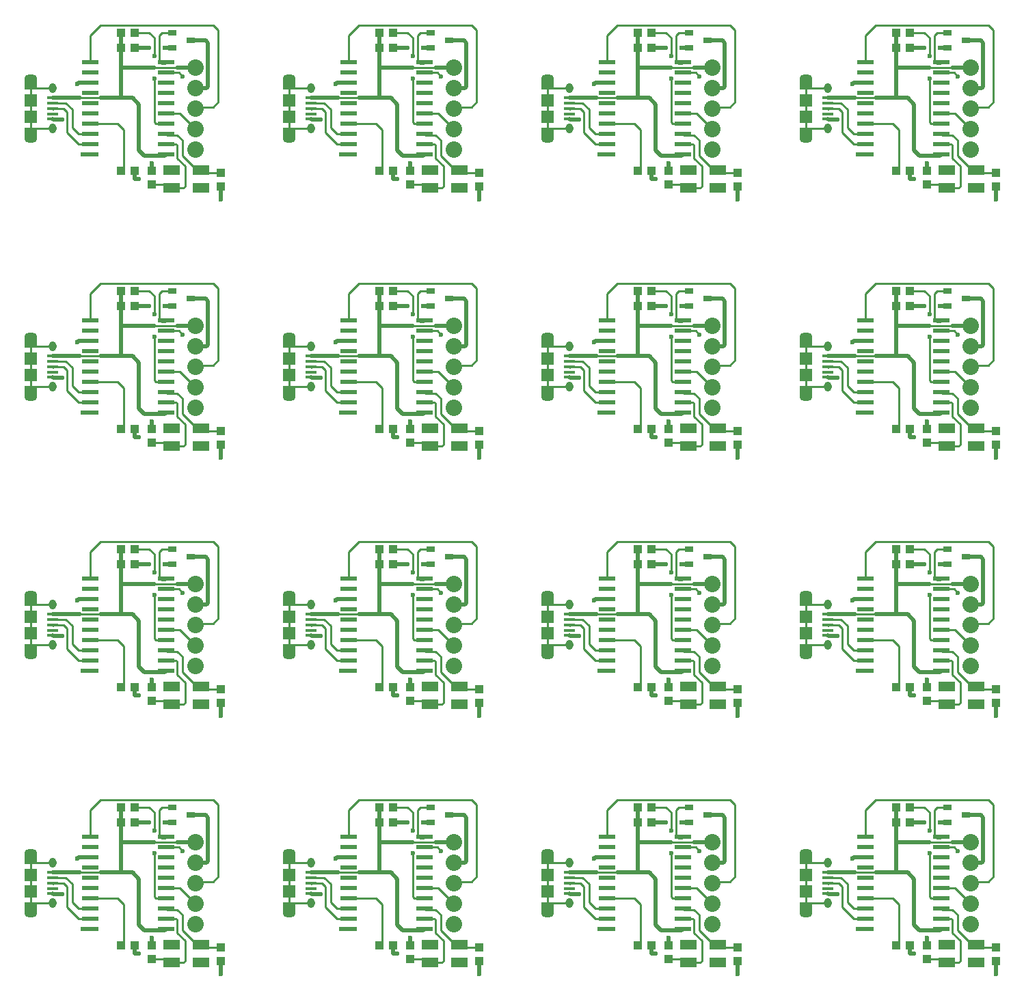
<source format=gtl>
G04 DipTrace 2.3.1.0*
%INinterface_Top.gtl*%
%MOIN*%
%ADD13C,0.02*%
%ADD14C,0.01*%
%ADD16R,0.0787X0.0236*%
%ADD17R,0.0787X0.0472*%
%ADD18R,0.0394X0.0433*%
%ADD19R,0.0433X0.0394*%
%ADD20R,0.0531X0.0157*%
%ADD21O,0.0374X0.0492*%
%ADD22O,0.061X0.0394*%
%ADD23R,0.061X0.0571*%
%ADD24R,0.061X0.0591*%
%ADD25C,0.08*%
%ADD27R,0.0413X0.0256*%
%ADD29C,0.0236*%
%FSLAX44Y44*%
G04*
G70*
G90*
G75*
G01*
%LNTop*%
%LPD*%
X5600Y10749D2*
D13*
X6937D1*
D14*
X7937D1*
D13*
X8937D1*
X9500D1*
X9812Y10437D1*
Y8187D1*
X10062Y7937D1*
X11088D1*
X11138Y7987D1*
X8937Y13937D2*
Y13187D1*
Y12237D1*
Y10749D1*
X12562Y12237D2*
X11687D1*
D14*
X10562D1*
D13*
X8937D1*
X11138Y9987D2*
D14*
X11812D1*
X12562Y9237D1*
X5650Y10187D2*
X5600Y10237D1*
X6137D1*
X6312Y10062D1*
Y9062D1*
X6887Y8487D1*
X7437D1*
X5600Y10493D2*
X6256D1*
X6562Y10187D1*
Y9312D1*
X6887Y8987D1*
X7437D1*
X11437Y13189D2*
D13*
X11064D1*
X6062Y9687D2*
X5638D1*
X5600Y9725D1*
X7437Y7987D2*
X7062D1*
X9606Y7187D2*
Y6812D1*
X9812D1*
X9606Y13187D2*
X10312Y13189D1*
X10437Y7187D2*
Y7562D1*
X13812Y6437D2*
Y5812D1*
X7437Y11487D2*
X6862D1*
X6812Y11437D1*
X11138Y11987D2*
D14*
X11762D1*
X11937Y11812D1*
X10437Y6518D2*
X11240D1*
X11401Y6357D1*
X11138Y8487D2*
X11637D1*
X11687Y8437D1*
Y7812D1*
X12062Y7437D1*
Y6437D1*
X11982Y6357D1*
X11401D1*
X13812Y7106D2*
X12974D1*
X12857Y7223D1*
X12651D1*
X11937Y7937D1*
Y8687D1*
X11687Y8937D1*
X11188D1*
X11138Y8987D1*
X7437Y9487D2*
X8762D1*
X9062Y9187D1*
Y7312D1*
X8937Y7187D1*
X11138Y9487D2*
X10637D1*
X10562Y9562D1*
Y11687D1*
Y12812D2*
Y13687D1*
X10312Y13937D1*
X9606D1*
X12562Y11237D2*
D13*
X13112D1*
X13187Y11312D1*
Y13437D1*
X13062Y13562D1*
X12344D1*
X12343Y13563D1*
X11437Y13937D2*
D14*
X10937D1*
X10812Y13812D1*
Y12562D1*
X10937Y12437D1*
X11088D1*
X11138Y12487D1*
X5600Y11221D2*
X4744D1*
X4537Y11428D1*
X5600Y9253D2*
X4744D1*
X4537Y9046D1*
Y11428D2*
Y10631D1*
Y9843D1*
Y9046D1*
Y8761D2*
Y9046D1*
Y11713D2*
Y11428D1*
X7437Y12487D2*
Y13812D1*
X7937Y14312D1*
X13437D1*
X13687Y14062D1*
Y10562D1*
X13437Y10312D1*
X12637D1*
X12562Y10237D1*
D29*
X11064Y13189D3*
X6062Y9687D3*
X7062Y7987D3*
X9812Y6812D3*
X7062Y7987D3*
X10312Y13189D3*
X10437Y7562D3*
X13812Y5812D3*
X9812Y6812D3*
X6812Y11437D3*
X11937Y11812D3*
X10562Y11687D3*
Y12812D3*
D16*
X11138Y7987D3*
Y8487D3*
Y8987D3*
Y9487D3*
Y9987D3*
Y10487D3*
Y10987D3*
Y11487D3*
Y11987D3*
Y12487D3*
X7437D3*
Y11987D3*
Y11487D3*
Y10987D3*
Y10487D3*
Y9987D3*
Y9487D3*
Y8987D3*
Y8487D3*
Y7987D3*
D17*
X12857Y7223D3*
X11401D3*
Y6357D3*
X12857D3*
D18*
X10437Y7187D3*
Y6518D3*
X13812Y6437D3*
Y7106D3*
D19*
X8937Y7187D3*
X9606D3*
X8937Y13187D3*
X9606D3*
D20*
X5600Y10749D3*
Y10493D3*
Y10237D3*
Y9981D3*
Y9725D3*
D21*
Y11221D3*
Y9253D3*
D22*
X4537Y11713D3*
Y8761D3*
D23*
Y11428D3*
Y9046D3*
D24*
Y10631D3*
Y9843D3*
D19*
X9606Y13937D3*
X8937D3*
D25*
X12562Y12237D3*
Y11237D3*
Y10237D3*
Y9237D3*
Y8237D3*
D27*
X11437Y13937D3*
Y13189D3*
X12343Y13563D3*
X18200Y10749D2*
D13*
X19537D1*
D14*
X20537D1*
D13*
X21537D1*
X22100D1*
X22412Y10437D1*
Y8187D1*
X22662Y7937D1*
X23688D1*
X23738Y7987D1*
X21537Y13937D2*
Y13187D1*
Y12237D1*
Y10749D1*
X25162Y12237D2*
X24287D1*
D14*
X23162D1*
D13*
X21537D1*
X23738Y9987D2*
D14*
X24412D1*
X25162Y9237D1*
X18250Y10187D2*
X18200Y10237D1*
X18737D1*
X18912Y10062D1*
Y9062D1*
X19487Y8487D1*
X20037D1*
X18200Y10493D2*
X18856D1*
X19162Y10187D1*
Y9312D1*
X19487Y8987D1*
X20037D1*
X24037Y13189D2*
D13*
X23664D1*
X18662Y9687D2*
X18238D1*
X18200Y9725D1*
X20037Y7987D2*
X19662D1*
X22206Y7187D2*
Y6812D1*
X22412D1*
X22206Y13187D2*
X22912Y13189D1*
X23037Y7187D2*
Y7562D1*
X26412Y6437D2*
Y5812D1*
X20037Y11487D2*
X19462D1*
X19412Y11437D1*
X23738Y11987D2*
D14*
X24362D1*
X24537Y11812D1*
X23037Y6518D2*
X23840D1*
X24001Y6357D1*
X23738Y8487D2*
X24237D1*
X24287Y8437D1*
Y7812D1*
X24662Y7437D1*
Y6437D1*
X24582Y6357D1*
X24001D1*
X26412Y7106D2*
X25574D1*
X25457Y7223D1*
X25251D1*
X24537Y7937D1*
Y8687D1*
X24287Y8937D1*
X23788D1*
X23738Y8987D1*
X20037Y9487D2*
X21362D1*
X21662Y9187D1*
Y7312D1*
X21537Y7187D1*
X23738Y9487D2*
X23237D1*
X23162Y9562D1*
Y11687D1*
Y12812D2*
Y13687D1*
X22912Y13937D1*
X22206D1*
X25162Y11237D2*
D13*
X25712D1*
X25787Y11312D1*
Y13437D1*
X25662Y13562D1*
X24944D1*
X24943Y13563D1*
X24037Y13937D2*
D14*
X23537D1*
X23412Y13812D1*
Y12562D1*
X23537Y12437D1*
X23688D1*
X23738Y12487D1*
X18200Y11221D2*
X17344D1*
X17137Y11428D1*
X18200Y9253D2*
X17344D1*
X17137Y9046D1*
Y11428D2*
Y10631D1*
Y9843D1*
Y9046D1*
Y8761D2*
Y9046D1*
Y11713D2*
Y11428D1*
X20037Y12487D2*
Y13812D1*
X20537Y14312D1*
X26037D1*
X26287Y14062D1*
Y10562D1*
X26037Y10312D1*
X25237D1*
X25162Y10237D1*
D29*
X23664Y13189D3*
X18662Y9687D3*
X19662Y7987D3*
X22412Y6812D3*
X19662Y7987D3*
X22912Y13189D3*
X23037Y7562D3*
X26412Y5812D3*
X22412Y6812D3*
X19412Y11437D3*
X24537Y11812D3*
X23162Y11687D3*
Y12812D3*
D16*
X23738Y7987D3*
Y8487D3*
Y8987D3*
Y9487D3*
Y9987D3*
Y10487D3*
Y10987D3*
Y11487D3*
Y11987D3*
Y12487D3*
X20037D3*
Y11987D3*
Y11487D3*
Y10987D3*
Y10487D3*
Y9987D3*
Y9487D3*
Y8987D3*
Y8487D3*
Y7987D3*
D17*
X25457Y7223D3*
X24001D3*
Y6357D3*
X25457D3*
D18*
X23037Y7187D3*
Y6518D3*
X26412Y6437D3*
Y7106D3*
D19*
X21537Y7187D3*
X22206D3*
X21537Y13187D3*
X22206D3*
D20*
X18200Y10749D3*
Y10493D3*
Y10237D3*
Y9981D3*
Y9725D3*
D21*
Y11221D3*
Y9253D3*
D22*
X17137Y11713D3*
Y8761D3*
D23*
Y11428D3*
Y9046D3*
D24*
Y10631D3*
Y9843D3*
D19*
X22206Y13937D3*
X21537D3*
D25*
X25162Y12237D3*
Y11237D3*
Y10237D3*
Y9237D3*
Y8237D3*
D27*
X24037Y13937D3*
Y13189D3*
X24943Y13563D3*
X30800Y10749D2*
D13*
X32137D1*
D14*
X33137D1*
D13*
X34137D1*
X34700D1*
X35012Y10437D1*
Y8187D1*
X35262Y7937D1*
X36288D1*
X36338Y7987D1*
X34137Y13937D2*
Y13187D1*
Y12237D1*
Y10749D1*
X37762Y12237D2*
X36887D1*
D14*
X35762D1*
D13*
X34137D1*
X36338Y9987D2*
D14*
X37012D1*
X37762Y9237D1*
X30850Y10187D2*
X30800Y10237D1*
X31337D1*
X31512Y10062D1*
Y9062D1*
X32087Y8487D1*
X32637D1*
X30800Y10493D2*
X31456D1*
X31762Y10187D1*
Y9312D1*
X32087Y8987D1*
X32637D1*
X36637Y13189D2*
D13*
X36264D1*
X31262Y9687D2*
X30838D1*
X30800Y9725D1*
X32637Y7987D2*
X32262D1*
X34806Y7187D2*
Y6812D1*
X35012D1*
X34806Y13187D2*
X35512Y13189D1*
X35637Y7187D2*
Y7562D1*
X39012Y6437D2*
Y5812D1*
X32637Y11487D2*
X32062D1*
X32012Y11437D1*
X36338Y11987D2*
D14*
X36962D1*
X37137Y11812D1*
X35637Y6518D2*
X36440D1*
X36601Y6357D1*
X36338Y8487D2*
X36837D1*
X36887Y8437D1*
Y7812D1*
X37262Y7437D1*
Y6437D1*
X37182Y6357D1*
X36601D1*
X39012Y7106D2*
X38174D1*
X38057Y7223D1*
X37851D1*
X37137Y7937D1*
Y8687D1*
X36887Y8937D1*
X36388D1*
X36338Y8987D1*
X32637Y9487D2*
X33962D1*
X34262Y9187D1*
Y7312D1*
X34137Y7187D1*
X36338Y9487D2*
X35837D1*
X35762Y9562D1*
Y11687D1*
Y12812D2*
Y13687D1*
X35512Y13937D1*
X34806D1*
X37762Y11237D2*
D13*
X38312D1*
X38387Y11312D1*
Y13437D1*
X38262Y13562D1*
X37544D1*
X37543Y13563D1*
X36637Y13937D2*
D14*
X36137D1*
X36012Y13812D1*
Y12562D1*
X36137Y12437D1*
X36288D1*
X36338Y12487D1*
X30800Y11221D2*
X29944D1*
X29737Y11428D1*
X30800Y9253D2*
X29944D1*
X29737Y9046D1*
Y11428D2*
Y10631D1*
Y9843D1*
Y9046D1*
Y8761D2*
Y9046D1*
Y11713D2*
Y11428D1*
X32637Y12487D2*
Y13812D1*
X33137Y14312D1*
X38637D1*
X38887Y14062D1*
Y10562D1*
X38637Y10312D1*
X37837D1*
X37762Y10237D1*
D29*
X36264Y13189D3*
X31262Y9687D3*
X32262Y7987D3*
X35012Y6812D3*
X32262Y7987D3*
X35512Y13189D3*
X35637Y7562D3*
X39012Y5812D3*
X35012Y6812D3*
X32012Y11437D3*
X37137Y11812D3*
X35762Y11687D3*
Y12812D3*
D16*
X36338Y7987D3*
Y8487D3*
Y8987D3*
Y9487D3*
Y9987D3*
Y10487D3*
Y10987D3*
Y11487D3*
Y11987D3*
Y12487D3*
X32637D3*
Y11987D3*
Y11487D3*
Y10987D3*
Y10487D3*
Y9987D3*
Y9487D3*
Y8987D3*
Y8487D3*
Y7987D3*
D17*
X38057Y7223D3*
X36601D3*
Y6357D3*
X38057D3*
D18*
X35637Y7187D3*
Y6518D3*
X39012Y6437D3*
Y7106D3*
D19*
X34137Y7187D3*
X34806D3*
X34137Y13187D3*
X34806D3*
D20*
X30800Y10749D3*
Y10493D3*
Y10237D3*
Y9981D3*
Y9725D3*
D21*
Y11221D3*
Y9253D3*
D22*
X29737Y11713D3*
Y8761D3*
D23*
Y11428D3*
Y9046D3*
D24*
Y10631D3*
Y9843D3*
D19*
X34806Y13937D3*
X34137D3*
D25*
X37762Y12237D3*
Y11237D3*
Y10237D3*
Y9237D3*
Y8237D3*
D27*
X36637Y13937D3*
Y13189D3*
X37543Y13563D3*
X43400Y10749D2*
D13*
X44737D1*
D14*
X45737D1*
D13*
X46737D1*
X47300D1*
X47612Y10437D1*
Y8187D1*
X47862Y7937D1*
X48888D1*
X48938Y7987D1*
X46737Y13937D2*
Y13187D1*
Y12237D1*
Y10749D1*
X50362Y12237D2*
X49487D1*
D14*
X48362D1*
D13*
X46737D1*
X48938Y9987D2*
D14*
X49612D1*
X50362Y9237D1*
X43450Y10187D2*
X43400Y10237D1*
X43937D1*
X44112Y10062D1*
Y9062D1*
X44687Y8487D1*
X45237D1*
X43400Y10493D2*
X44056D1*
X44362Y10187D1*
Y9312D1*
X44687Y8987D1*
X45237D1*
X49237Y13189D2*
D13*
X48864D1*
X43862Y9687D2*
X43438D1*
X43400Y9725D1*
X45237Y7987D2*
X44862D1*
X47406Y7187D2*
Y6812D1*
X47612D1*
X47406Y13187D2*
X48112Y13189D1*
X48237Y7187D2*
Y7562D1*
X51612Y6437D2*
Y5812D1*
X45237Y11487D2*
X44662D1*
X44612Y11437D1*
X48938Y11987D2*
D14*
X49562D1*
X49737Y11812D1*
X48237Y6518D2*
X49040D1*
X49201Y6357D1*
X48938Y8487D2*
X49437D1*
X49487Y8437D1*
Y7812D1*
X49862Y7437D1*
Y6437D1*
X49782Y6357D1*
X49201D1*
X51612Y7106D2*
X50774D1*
X50657Y7223D1*
X50451D1*
X49737Y7937D1*
Y8687D1*
X49487Y8937D1*
X48988D1*
X48938Y8987D1*
X45237Y9487D2*
X46562D1*
X46862Y9187D1*
Y7312D1*
X46737Y7187D1*
X48938Y9487D2*
X48437D1*
X48362Y9562D1*
Y11687D1*
Y12812D2*
Y13687D1*
X48112Y13937D1*
X47406D1*
X50362Y11237D2*
D13*
X50912D1*
X50987Y11312D1*
Y13437D1*
X50862Y13562D1*
X50144D1*
X50143Y13563D1*
X49237Y13937D2*
D14*
X48737D1*
X48612Y13812D1*
Y12562D1*
X48737Y12437D1*
X48888D1*
X48938Y12487D1*
X43400Y11221D2*
X42544D1*
X42337Y11428D1*
X43400Y9253D2*
X42544D1*
X42337Y9046D1*
Y11428D2*
Y10631D1*
Y9843D1*
Y9046D1*
Y8761D2*
Y9046D1*
Y11713D2*
Y11428D1*
X45237Y12487D2*
Y13812D1*
X45737Y14312D1*
X51237D1*
X51487Y14062D1*
Y10562D1*
X51237Y10312D1*
X50437D1*
X50362Y10237D1*
D29*
X48864Y13189D3*
X43862Y9687D3*
X44862Y7987D3*
X47612Y6812D3*
X44862Y7987D3*
X48112Y13189D3*
X48237Y7562D3*
X51612Y5812D3*
X47612Y6812D3*
X44612Y11437D3*
X49737Y11812D3*
X48362Y11687D3*
Y12812D3*
D16*
X48938Y7987D3*
Y8487D3*
Y8987D3*
Y9487D3*
Y9987D3*
Y10487D3*
Y10987D3*
Y11487D3*
Y11987D3*
Y12487D3*
X45237D3*
Y11987D3*
Y11487D3*
Y10987D3*
Y10487D3*
Y9987D3*
Y9487D3*
Y8987D3*
Y8487D3*
Y7987D3*
D17*
X50657Y7223D3*
X49201D3*
Y6357D3*
X50657D3*
D18*
X48237Y7187D3*
Y6518D3*
X51612Y6437D3*
Y7106D3*
D19*
X46737Y7187D3*
X47406D3*
X46737Y13187D3*
X47406D3*
D20*
X43400Y10749D3*
Y10493D3*
Y10237D3*
Y9981D3*
Y9725D3*
D21*
Y11221D3*
Y9253D3*
D22*
X42337Y11713D3*
Y8761D3*
D23*
Y11428D3*
Y9046D3*
D24*
Y10631D3*
Y9843D3*
D19*
X47406Y13937D3*
X46737D3*
D25*
X50362Y12237D3*
Y11237D3*
Y10237D3*
Y9237D3*
Y8237D3*
D27*
X49237Y13937D3*
Y13189D3*
X50143Y13563D3*
X5600Y23349D2*
D13*
X6937D1*
D14*
X7937D1*
D13*
X8937D1*
X9500D1*
X9812Y23037D1*
Y20787D1*
X10062Y20537D1*
X11088D1*
X11138Y20587D1*
X8937Y26537D2*
Y25787D1*
Y24837D1*
Y23349D1*
X12562Y24837D2*
X11687D1*
D14*
X10562D1*
D13*
X8937D1*
X11138Y22587D2*
D14*
X11812D1*
X12562Y21837D1*
X5650Y22787D2*
X5600Y22837D1*
X6137D1*
X6312Y22662D1*
Y21662D1*
X6887Y21087D1*
X7437D1*
X5600Y23093D2*
X6256D1*
X6562Y22787D1*
Y21912D1*
X6887Y21587D1*
X7437D1*
X11437Y25789D2*
D13*
X11064D1*
X6062Y22287D2*
X5638D1*
X5600Y22325D1*
X7437Y20587D2*
X7062D1*
X9606Y19787D2*
Y19412D1*
X9812D1*
X9606Y25787D2*
X10312Y25789D1*
X10437Y19787D2*
Y20162D1*
X13812Y19037D2*
Y18412D1*
X7437Y24087D2*
X6862D1*
X6812Y24037D1*
X11138Y24587D2*
D14*
X11762D1*
X11937Y24412D1*
X10437Y19118D2*
X11240D1*
X11401Y18957D1*
X11138Y21087D2*
X11637D1*
X11687Y21037D1*
Y20412D1*
X12062Y20037D1*
Y19037D1*
X11982Y18957D1*
X11401D1*
X13812Y19706D2*
X12974D1*
X12857Y19823D1*
X12651D1*
X11937Y20537D1*
Y21287D1*
X11687Y21537D1*
X11188D1*
X11138Y21587D1*
X7437Y22087D2*
X8762D1*
X9062Y21787D1*
Y19912D1*
X8937Y19787D1*
X11138Y22087D2*
X10637D1*
X10562Y22162D1*
Y24287D1*
Y25412D2*
Y26287D1*
X10312Y26537D1*
X9606D1*
X12562Y23837D2*
D13*
X13112D1*
X13187Y23912D1*
Y26037D1*
X13062Y26162D1*
X12344D1*
X12343Y26163D1*
X11437Y26537D2*
D14*
X10937D1*
X10812Y26412D1*
Y25162D1*
X10937Y25037D1*
X11088D1*
X11138Y25087D1*
X5600Y23821D2*
X4744D1*
X4537Y24028D1*
X5600Y21853D2*
X4744D1*
X4537Y21646D1*
Y24028D2*
Y23231D1*
Y22443D1*
Y21646D1*
Y21361D2*
Y21646D1*
Y24313D2*
Y24028D1*
X7437Y25087D2*
Y26412D1*
X7937Y26912D1*
X13437D1*
X13687Y26662D1*
Y23162D1*
X13437Y22912D1*
X12637D1*
X12562Y22837D1*
D29*
X11064Y25789D3*
X6062Y22287D3*
X7062Y20587D3*
X9812Y19412D3*
X7062Y20587D3*
X10312Y25789D3*
X10437Y20162D3*
X13812Y18412D3*
X9812Y19412D3*
X6812Y24037D3*
X11937Y24412D3*
X10562Y24287D3*
Y25412D3*
D16*
X11138Y20587D3*
Y21087D3*
Y21587D3*
Y22087D3*
Y22587D3*
Y23087D3*
Y23587D3*
Y24087D3*
Y24587D3*
Y25087D3*
X7437D3*
Y24587D3*
Y24087D3*
Y23587D3*
Y23087D3*
Y22587D3*
Y22087D3*
Y21587D3*
Y21087D3*
Y20587D3*
D17*
X12857Y19823D3*
X11401D3*
Y18957D3*
X12857D3*
D18*
X10437Y19787D3*
Y19118D3*
X13812Y19037D3*
Y19706D3*
D19*
X8937Y19787D3*
X9606D3*
X8937Y25787D3*
X9606D3*
D20*
X5600Y23349D3*
Y23093D3*
Y22837D3*
Y22581D3*
Y22325D3*
D21*
Y23821D3*
Y21853D3*
D22*
X4537Y24313D3*
Y21361D3*
D23*
Y24028D3*
Y21646D3*
D24*
Y23231D3*
Y22443D3*
D19*
X9606Y26537D3*
X8937D3*
D25*
X12562Y24837D3*
Y23837D3*
Y22837D3*
Y21837D3*
Y20837D3*
D27*
X11437Y26537D3*
Y25789D3*
X12343Y26163D3*
X18200Y23349D2*
D13*
X19537D1*
D14*
X20537D1*
D13*
X21537D1*
X22100D1*
X22412Y23037D1*
Y20787D1*
X22662Y20537D1*
X23688D1*
X23738Y20587D1*
X21537Y26537D2*
Y25787D1*
Y24837D1*
Y23349D1*
X25162Y24837D2*
X24287D1*
D14*
X23162D1*
D13*
X21537D1*
X23738Y22587D2*
D14*
X24412D1*
X25162Y21837D1*
X18250Y22787D2*
X18200Y22837D1*
X18737D1*
X18912Y22662D1*
Y21662D1*
X19487Y21087D1*
X20037D1*
X18200Y23093D2*
X18856D1*
X19162Y22787D1*
Y21912D1*
X19487Y21587D1*
X20037D1*
X24037Y25789D2*
D13*
X23664D1*
X18662Y22287D2*
X18238D1*
X18200Y22325D1*
X20037Y20587D2*
X19662D1*
X22206Y19787D2*
Y19412D1*
X22412D1*
X22206Y25787D2*
X22912Y25789D1*
X23037Y19787D2*
Y20162D1*
X26412Y19037D2*
Y18412D1*
X20037Y24087D2*
X19462D1*
X19412Y24037D1*
X23738Y24587D2*
D14*
X24362D1*
X24537Y24412D1*
X23037Y19118D2*
X23840D1*
X24001Y18957D1*
X23738Y21087D2*
X24237D1*
X24287Y21037D1*
Y20412D1*
X24662Y20037D1*
Y19037D1*
X24582Y18957D1*
X24001D1*
X26412Y19706D2*
X25574D1*
X25457Y19823D1*
X25251D1*
X24537Y20537D1*
Y21287D1*
X24287Y21537D1*
X23788D1*
X23738Y21587D1*
X20037Y22087D2*
X21362D1*
X21662Y21787D1*
Y19912D1*
X21537Y19787D1*
X23738Y22087D2*
X23237D1*
X23162Y22162D1*
Y24287D1*
Y25412D2*
Y26287D1*
X22912Y26537D1*
X22206D1*
X25162Y23837D2*
D13*
X25712D1*
X25787Y23912D1*
Y26037D1*
X25662Y26162D1*
X24944D1*
X24943Y26163D1*
X24037Y26537D2*
D14*
X23537D1*
X23412Y26412D1*
Y25162D1*
X23537Y25037D1*
X23688D1*
X23738Y25087D1*
X18200Y23821D2*
X17344D1*
X17137Y24028D1*
X18200Y21853D2*
X17344D1*
X17137Y21646D1*
Y24028D2*
Y23231D1*
Y22443D1*
Y21646D1*
Y21361D2*
Y21646D1*
Y24313D2*
Y24028D1*
X20037Y25087D2*
Y26412D1*
X20537Y26912D1*
X26037D1*
X26287Y26662D1*
Y23162D1*
X26037Y22912D1*
X25237D1*
X25162Y22837D1*
D29*
X23664Y25789D3*
X18662Y22287D3*
X19662Y20587D3*
X22412Y19412D3*
X19662Y20587D3*
X22912Y25789D3*
X23037Y20162D3*
X26412Y18412D3*
X22412Y19412D3*
X19412Y24037D3*
X24537Y24412D3*
X23162Y24287D3*
Y25412D3*
D16*
X23738Y20587D3*
Y21087D3*
Y21587D3*
Y22087D3*
Y22587D3*
Y23087D3*
Y23587D3*
Y24087D3*
Y24587D3*
Y25087D3*
X20037D3*
Y24587D3*
Y24087D3*
Y23587D3*
Y23087D3*
Y22587D3*
Y22087D3*
Y21587D3*
Y21087D3*
Y20587D3*
D17*
X25457Y19823D3*
X24001D3*
Y18957D3*
X25457D3*
D18*
X23037Y19787D3*
Y19118D3*
X26412Y19037D3*
Y19706D3*
D19*
X21537Y19787D3*
X22206D3*
X21537Y25787D3*
X22206D3*
D20*
X18200Y23349D3*
Y23093D3*
Y22837D3*
Y22581D3*
Y22325D3*
D21*
Y23821D3*
Y21853D3*
D22*
X17137Y24313D3*
Y21361D3*
D23*
Y24028D3*
Y21646D3*
D24*
Y23231D3*
Y22443D3*
D19*
X22206Y26537D3*
X21537D3*
D25*
X25162Y24837D3*
Y23837D3*
Y22837D3*
Y21837D3*
Y20837D3*
D27*
X24037Y26537D3*
Y25789D3*
X24943Y26163D3*
X30800Y23349D2*
D13*
X32137D1*
D14*
X33137D1*
D13*
X34137D1*
X34700D1*
X35012Y23037D1*
Y20787D1*
X35262Y20537D1*
X36288D1*
X36338Y20587D1*
X34137Y26537D2*
Y25787D1*
Y24837D1*
Y23349D1*
X37762Y24837D2*
X36887D1*
D14*
X35762D1*
D13*
X34137D1*
X36338Y22587D2*
D14*
X37012D1*
X37762Y21837D1*
X30850Y22787D2*
X30800Y22837D1*
X31337D1*
X31512Y22662D1*
Y21662D1*
X32087Y21087D1*
X32637D1*
X30800Y23093D2*
X31456D1*
X31762Y22787D1*
Y21912D1*
X32087Y21587D1*
X32637D1*
X36637Y25789D2*
D13*
X36264D1*
X31262Y22287D2*
X30838D1*
X30800Y22325D1*
X32637Y20587D2*
X32262D1*
X34806Y19787D2*
Y19412D1*
X35012D1*
X34806Y25787D2*
X35512Y25789D1*
X35637Y19787D2*
Y20162D1*
X39012Y19037D2*
Y18412D1*
X32637Y24087D2*
X32062D1*
X32012Y24037D1*
X36338Y24587D2*
D14*
X36962D1*
X37137Y24412D1*
X35637Y19118D2*
X36440D1*
X36601Y18957D1*
X36338Y21087D2*
X36837D1*
X36887Y21037D1*
Y20412D1*
X37262Y20037D1*
Y19037D1*
X37182Y18957D1*
X36601D1*
X39012Y19706D2*
X38174D1*
X38057Y19823D1*
X37851D1*
X37137Y20537D1*
Y21287D1*
X36887Y21537D1*
X36388D1*
X36338Y21587D1*
X32637Y22087D2*
X33962D1*
X34262Y21787D1*
Y19912D1*
X34137Y19787D1*
X36338Y22087D2*
X35837D1*
X35762Y22162D1*
Y24287D1*
Y25412D2*
Y26287D1*
X35512Y26537D1*
X34806D1*
X37762Y23837D2*
D13*
X38312D1*
X38387Y23912D1*
Y26037D1*
X38262Y26162D1*
X37544D1*
X37543Y26163D1*
X36637Y26537D2*
D14*
X36137D1*
X36012Y26412D1*
Y25162D1*
X36137Y25037D1*
X36288D1*
X36338Y25087D1*
X30800Y23821D2*
X29944D1*
X29737Y24028D1*
X30800Y21853D2*
X29944D1*
X29737Y21646D1*
Y24028D2*
Y23231D1*
Y22443D1*
Y21646D1*
Y21361D2*
Y21646D1*
Y24313D2*
Y24028D1*
X32637Y25087D2*
Y26412D1*
X33137Y26912D1*
X38637D1*
X38887Y26662D1*
Y23162D1*
X38637Y22912D1*
X37837D1*
X37762Y22837D1*
D29*
X36264Y25789D3*
X31262Y22287D3*
X32262Y20587D3*
X35012Y19412D3*
X32262Y20587D3*
X35512Y25789D3*
X35637Y20162D3*
X39012Y18412D3*
X35012Y19412D3*
X32012Y24037D3*
X37137Y24412D3*
X35762Y24287D3*
Y25412D3*
D16*
X36338Y20587D3*
Y21087D3*
Y21587D3*
Y22087D3*
Y22587D3*
Y23087D3*
Y23587D3*
Y24087D3*
Y24587D3*
Y25087D3*
X32637D3*
Y24587D3*
Y24087D3*
Y23587D3*
Y23087D3*
Y22587D3*
Y22087D3*
Y21587D3*
Y21087D3*
Y20587D3*
D17*
X38057Y19823D3*
X36601D3*
Y18957D3*
X38057D3*
D18*
X35637Y19787D3*
Y19118D3*
X39012Y19037D3*
Y19706D3*
D19*
X34137Y19787D3*
X34806D3*
X34137Y25787D3*
X34806D3*
D20*
X30800Y23349D3*
Y23093D3*
Y22837D3*
Y22581D3*
Y22325D3*
D21*
Y23821D3*
Y21853D3*
D22*
X29737Y24313D3*
Y21361D3*
D23*
Y24028D3*
Y21646D3*
D24*
Y23231D3*
Y22443D3*
D19*
X34806Y26537D3*
X34137D3*
D25*
X37762Y24837D3*
Y23837D3*
Y22837D3*
Y21837D3*
Y20837D3*
D27*
X36637Y26537D3*
Y25789D3*
X37543Y26163D3*
X43400Y23349D2*
D13*
X44737D1*
D14*
X45737D1*
D13*
X46737D1*
X47300D1*
X47612Y23037D1*
Y20787D1*
X47862Y20537D1*
X48888D1*
X48938Y20587D1*
X46737Y26537D2*
Y25787D1*
Y24837D1*
Y23349D1*
X50362Y24837D2*
X49487D1*
D14*
X48362D1*
D13*
X46737D1*
X48938Y22587D2*
D14*
X49612D1*
X50362Y21837D1*
X43450Y22787D2*
X43400Y22837D1*
X43937D1*
X44112Y22662D1*
Y21662D1*
X44687Y21087D1*
X45237D1*
X43400Y23093D2*
X44056D1*
X44362Y22787D1*
Y21912D1*
X44687Y21587D1*
X45237D1*
X49237Y25789D2*
D13*
X48864D1*
X43862Y22287D2*
X43438D1*
X43400Y22325D1*
X45237Y20587D2*
X44862D1*
X47406Y19787D2*
Y19412D1*
X47612D1*
X47406Y25787D2*
X48112Y25789D1*
X48237Y19787D2*
Y20162D1*
X51612Y19037D2*
Y18412D1*
X45237Y24087D2*
X44662D1*
X44612Y24037D1*
X48938Y24587D2*
D14*
X49562D1*
X49737Y24412D1*
X48237Y19118D2*
X49040D1*
X49201Y18957D1*
X48938Y21087D2*
X49437D1*
X49487Y21037D1*
Y20412D1*
X49862Y20037D1*
Y19037D1*
X49782Y18957D1*
X49201D1*
X51612Y19706D2*
X50774D1*
X50657Y19823D1*
X50451D1*
X49737Y20537D1*
Y21287D1*
X49487Y21537D1*
X48988D1*
X48938Y21587D1*
X45237Y22087D2*
X46562D1*
X46862Y21787D1*
Y19912D1*
X46737Y19787D1*
X48938Y22087D2*
X48437D1*
X48362Y22162D1*
Y24287D1*
Y25412D2*
Y26287D1*
X48112Y26537D1*
X47406D1*
X50362Y23837D2*
D13*
X50912D1*
X50987Y23912D1*
Y26037D1*
X50862Y26162D1*
X50144D1*
X50143Y26163D1*
X49237Y26537D2*
D14*
X48737D1*
X48612Y26412D1*
Y25162D1*
X48737Y25037D1*
X48888D1*
X48938Y25087D1*
X43400Y23821D2*
X42544D1*
X42337Y24028D1*
X43400Y21853D2*
X42544D1*
X42337Y21646D1*
Y24028D2*
Y23231D1*
Y22443D1*
Y21646D1*
Y21361D2*
Y21646D1*
Y24313D2*
Y24028D1*
X45237Y25087D2*
Y26412D1*
X45737Y26912D1*
X51237D1*
X51487Y26662D1*
Y23162D1*
X51237Y22912D1*
X50437D1*
X50362Y22837D1*
D29*
X48864Y25789D3*
X43862Y22287D3*
X44862Y20587D3*
X47612Y19412D3*
X44862Y20587D3*
X48112Y25789D3*
X48237Y20162D3*
X51612Y18412D3*
X47612Y19412D3*
X44612Y24037D3*
X49737Y24412D3*
X48362Y24287D3*
Y25412D3*
D16*
X48938Y20587D3*
Y21087D3*
Y21587D3*
Y22087D3*
Y22587D3*
Y23087D3*
Y23587D3*
Y24087D3*
Y24587D3*
Y25087D3*
X45237D3*
Y24587D3*
Y24087D3*
Y23587D3*
Y23087D3*
Y22587D3*
Y22087D3*
Y21587D3*
Y21087D3*
Y20587D3*
D17*
X50657Y19823D3*
X49201D3*
Y18957D3*
X50657D3*
D18*
X48237Y19787D3*
Y19118D3*
X51612Y19037D3*
Y19706D3*
D19*
X46737Y19787D3*
X47406D3*
X46737Y25787D3*
X47406D3*
D20*
X43400Y23349D3*
Y23093D3*
Y22837D3*
Y22581D3*
Y22325D3*
D21*
Y23821D3*
Y21853D3*
D22*
X42337Y24313D3*
Y21361D3*
D23*
Y24028D3*
Y21646D3*
D24*
Y23231D3*
Y22443D3*
D19*
X47406Y26537D3*
X46737D3*
D25*
X50362Y24837D3*
Y23837D3*
Y22837D3*
Y21837D3*
Y20837D3*
D27*
X49237Y26537D3*
Y25789D3*
X50143Y26163D3*
X5600Y35949D2*
D13*
X6937D1*
D14*
X7937D1*
D13*
X8937D1*
X9500D1*
X9812Y35637D1*
Y33387D1*
X10062Y33137D1*
X11088D1*
X11138Y33187D1*
X8937Y39137D2*
Y38387D1*
Y37437D1*
Y35949D1*
X12562Y37437D2*
X11687D1*
D14*
X10562D1*
D13*
X8937D1*
X11138Y35187D2*
D14*
X11812D1*
X12562Y34437D1*
X5650Y35387D2*
X5600Y35437D1*
X6137D1*
X6312Y35262D1*
Y34262D1*
X6887Y33687D1*
X7437D1*
X5600Y35693D2*
X6256D1*
X6562Y35387D1*
Y34512D1*
X6887Y34187D1*
X7437D1*
X11437Y38389D2*
D13*
X11064D1*
X6062Y34887D2*
X5638D1*
X5600Y34925D1*
X7437Y33187D2*
X7062D1*
X9606Y32387D2*
Y32012D1*
X9812D1*
X9606Y38387D2*
X10312Y38389D1*
X10437Y32387D2*
Y32762D1*
X13812Y31637D2*
Y31012D1*
X7437Y36687D2*
X6862D1*
X6812Y36637D1*
X11138Y37187D2*
D14*
X11762D1*
X11937Y37012D1*
X10437Y31718D2*
X11240D1*
X11401Y31557D1*
X11138Y33687D2*
X11637D1*
X11687Y33637D1*
Y33012D1*
X12062Y32637D1*
Y31637D1*
X11982Y31557D1*
X11401D1*
X13812Y32306D2*
X12974D1*
X12857Y32423D1*
X12651D1*
X11937Y33137D1*
Y33887D1*
X11687Y34137D1*
X11188D1*
X11138Y34187D1*
X7437Y34687D2*
X8762D1*
X9062Y34387D1*
Y32512D1*
X8937Y32387D1*
X11138Y34687D2*
X10637D1*
X10562Y34762D1*
Y36887D1*
Y38012D2*
Y38887D1*
X10312Y39137D1*
X9606D1*
X12562Y36437D2*
D13*
X13112D1*
X13187Y36512D1*
Y38637D1*
X13062Y38762D1*
X12344D1*
X12343Y38763D1*
X11437Y39137D2*
D14*
X10937D1*
X10812Y39012D1*
Y37762D1*
X10937Y37637D1*
X11088D1*
X11138Y37687D1*
X5600Y36421D2*
X4744D1*
X4537Y36628D1*
X5600Y34453D2*
X4744D1*
X4537Y34246D1*
Y36628D2*
Y35831D1*
Y35043D1*
Y34246D1*
Y33961D2*
Y34246D1*
Y36913D2*
Y36628D1*
X7437Y37687D2*
Y39012D1*
X7937Y39512D1*
X13437D1*
X13687Y39262D1*
Y35762D1*
X13437Y35512D1*
X12637D1*
X12562Y35437D1*
D29*
X11064Y38389D3*
X6062Y34887D3*
X7062Y33187D3*
X9812Y32012D3*
X7062Y33187D3*
X10312Y38389D3*
X10437Y32762D3*
X13812Y31012D3*
X9812Y32012D3*
X6812Y36637D3*
X11937Y37012D3*
X10562Y36887D3*
Y38012D3*
D16*
X11138Y33187D3*
Y33687D3*
Y34187D3*
Y34687D3*
Y35187D3*
Y35687D3*
Y36187D3*
Y36687D3*
Y37187D3*
Y37687D3*
X7437D3*
Y37187D3*
Y36687D3*
Y36187D3*
Y35687D3*
Y35187D3*
Y34687D3*
Y34187D3*
Y33687D3*
Y33187D3*
D17*
X12857Y32423D3*
X11401D3*
Y31557D3*
X12857D3*
D18*
X10437Y32387D3*
Y31718D3*
X13812Y31637D3*
Y32306D3*
D19*
X8937Y32387D3*
X9606D3*
X8937Y38387D3*
X9606D3*
D20*
X5600Y35949D3*
Y35693D3*
Y35437D3*
Y35181D3*
Y34925D3*
D21*
Y36421D3*
Y34453D3*
D22*
X4537Y36913D3*
Y33961D3*
D23*
Y36628D3*
Y34246D3*
D24*
Y35831D3*
Y35043D3*
D19*
X9606Y39137D3*
X8937D3*
D25*
X12562Y37437D3*
Y36437D3*
Y35437D3*
Y34437D3*
Y33437D3*
D27*
X11437Y39137D3*
Y38389D3*
X12343Y38763D3*
X18200Y35949D2*
D13*
X19537D1*
D14*
X20537D1*
D13*
X21537D1*
X22100D1*
X22412Y35637D1*
Y33387D1*
X22662Y33137D1*
X23688D1*
X23738Y33187D1*
X21537Y39137D2*
Y38387D1*
Y37437D1*
Y35949D1*
X25162Y37437D2*
X24287D1*
D14*
X23162D1*
D13*
X21537D1*
X23738Y35187D2*
D14*
X24412D1*
X25162Y34437D1*
X18250Y35387D2*
X18200Y35437D1*
X18737D1*
X18912Y35262D1*
Y34262D1*
X19487Y33687D1*
X20037D1*
X18200Y35693D2*
X18856D1*
X19162Y35387D1*
Y34512D1*
X19487Y34187D1*
X20037D1*
X24037Y38389D2*
D13*
X23664D1*
X18662Y34887D2*
X18238D1*
X18200Y34925D1*
X20037Y33187D2*
X19662D1*
X22206Y32387D2*
Y32012D1*
X22412D1*
X22206Y38387D2*
X22912Y38389D1*
X23037Y32387D2*
Y32762D1*
X26412Y31637D2*
Y31012D1*
X20037Y36687D2*
X19462D1*
X19412Y36637D1*
X23738Y37187D2*
D14*
X24362D1*
X24537Y37012D1*
X23037Y31718D2*
X23840D1*
X24001Y31557D1*
X23738Y33687D2*
X24237D1*
X24287Y33637D1*
Y33012D1*
X24662Y32637D1*
Y31637D1*
X24582Y31557D1*
X24001D1*
X26412Y32306D2*
X25574D1*
X25457Y32423D1*
X25251D1*
X24537Y33137D1*
Y33887D1*
X24287Y34137D1*
X23788D1*
X23738Y34187D1*
X20037Y34687D2*
X21362D1*
X21662Y34387D1*
Y32512D1*
X21537Y32387D1*
X23738Y34687D2*
X23237D1*
X23162Y34762D1*
Y36887D1*
Y38012D2*
Y38887D1*
X22912Y39137D1*
X22206D1*
X25162Y36437D2*
D13*
X25712D1*
X25787Y36512D1*
Y38637D1*
X25662Y38762D1*
X24944D1*
X24943Y38763D1*
X24037Y39137D2*
D14*
X23537D1*
X23412Y39012D1*
Y37762D1*
X23537Y37637D1*
X23688D1*
X23738Y37687D1*
X18200Y36421D2*
X17344D1*
X17137Y36628D1*
X18200Y34453D2*
X17344D1*
X17137Y34246D1*
Y36628D2*
Y35831D1*
Y35043D1*
Y34246D1*
Y33961D2*
Y34246D1*
Y36913D2*
Y36628D1*
X20037Y37687D2*
Y39012D1*
X20537Y39512D1*
X26037D1*
X26287Y39262D1*
Y35762D1*
X26037Y35512D1*
X25237D1*
X25162Y35437D1*
D29*
X23664Y38389D3*
X18662Y34887D3*
X19662Y33187D3*
X22412Y32012D3*
X19662Y33187D3*
X22912Y38389D3*
X23037Y32762D3*
X26412Y31012D3*
X22412Y32012D3*
X19412Y36637D3*
X24537Y37012D3*
X23162Y36887D3*
Y38012D3*
D16*
X23738Y33187D3*
Y33687D3*
Y34187D3*
Y34687D3*
Y35187D3*
Y35687D3*
Y36187D3*
Y36687D3*
Y37187D3*
Y37687D3*
X20037D3*
Y37187D3*
Y36687D3*
Y36187D3*
Y35687D3*
Y35187D3*
Y34687D3*
Y34187D3*
Y33687D3*
Y33187D3*
D17*
X25457Y32423D3*
X24001D3*
Y31557D3*
X25457D3*
D18*
X23037Y32387D3*
Y31718D3*
X26412Y31637D3*
Y32306D3*
D19*
X21537Y32387D3*
X22206D3*
X21537Y38387D3*
X22206D3*
D20*
X18200Y35949D3*
Y35693D3*
Y35437D3*
Y35181D3*
Y34925D3*
D21*
Y36421D3*
Y34453D3*
D22*
X17137Y36913D3*
Y33961D3*
D23*
Y36628D3*
Y34246D3*
D24*
Y35831D3*
Y35043D3*
D19*
X22206Y39137D3*
X21537D3*
D25*
X25162Y37437D3*
Y36437D3*
Y35437D3*
Y34437D3*
Y33437D3*
D27*
X24037Y39137D3*
Y38389D3*
X24943Y38763D3*
X30800Y35949D2*
D13*
X32137D1*
D14*
X33137D1*
D13*
X34137D1*
X34700D1*
X35012Y35637D1*
Y33387D1*
X35262Y33137D1*
X36288D1*
X36338Y33187D1*
X34137Y39137D2*
Y38387D1*
Y37437D1*
Y35949D1*
X37762Y37437D2*
X36887D1*
D14*
X35762D1*
D13*
X34137D1*
X36338Y35187D2*
D14*
X37012D1*
X37762Y34437D1*
X30850Y35387D2*
X30800Y35437D1*
X31337D1*
X31512Y35262D1*
Y34262D1*
X32087Y33687D1*
X32637D1*
X30800Y35693D2*
X31456D1*
X31762Y35387D1*
Y34512D1*
X32087Y34187D1*
X32637D1*
X36637Y38389D2*
D13*
X36264D1*
X31262Y34887D2*
X30838D1*
X30800Y34925D1*
X32637Y33187D2*
X32262D1*
X34806Y32387D2*
Y32012D1*
X35012D1*
X34806Y38387D2*
X35512Y38389D1*
X35637Y32387D2*
Y32762D1*
X39012Y31637D2*
Y31012D1*
X32637Y36687D2*
X32062D1*
X32012Y36637D1*
X36338Y37187D2*
D14*
X36962D1*
X37137Y37012D1*
X35637Y31718D2*
X36440D1*
X36601Y31557D1*
X36338Y33687D2*
X36837D1*
X36887Y33637D1*
Y33012D1*
X37262Y32637D1*
Y31637D1*
X37182Y31557D1*
X36601D1*
X39012Y32306D2*
X38174D1*
X38057Y32423D1*
X37851D1*
X37137Y33137D1*
Y33887D1*
X36887Y34137D1*
X36388D1*
X36338Y34187D1*
X32637Y34687D2*
X33962D1*
X34262Y34387D1*
Y32512D1*
X34137Y32387D1*
X36338Y34687D2*
X35837D1*
X35762Y34762D1*
Y36887D1*
Y38012D2*
Y38887D1*
X35512Y39137D1*
X34806D1*
X37762Y36437D2*
D13*
X38312D1*
X38387Y36512D1*
Y38637D1*
X38262Y38762D1*
X37544D1*
X37543Y38763D1*
X36637Y39137D2*
D14*
X36137D1*
X36012Y39012D1*
Y37762D1*
X36137Y37637D1*
X36288D1*
X36338Y37687D1*
X30800Y36421D2*
X29944D1*
X29737Y36628D1*
X30800Y34453D2*
X29944D1*
X29737Y34246D1*
Y36628D2*
Y35831D1*
Y35043D1*
Y34246D1*
Y33961D2*
Y34246D1*
Y36913D2*
Y36628D1*
X32637Y37687D2*
Y39012D1*
X33137Y39512D1*
X38637D1*
X38887Y39262D1*
Y35762D1*
X38637Y35512D1*
X37837D1*
X37762Y35437D1*
D29*
X36264Y38389D3*
X31262Y34887D3*
X32262Y33187D3*
X35012Y32012D3*
X32262Y33187D3*
X35512Y38389D3*
X35637Y32762D3*
X39012Y31012D3*
X35012Y32012D3*
X32012Y36637D3*
X37137Y37012D3*
X35762Y36887D3*
Y38012D3*
D16*
X36338Y33187D3*
Y33687D3*
Y34187D3*
Y34687D3*
Y35187D3*
Y35687D3*
Y36187D3*
Y36687D3*
Y37187D3*
Y37687D3*
X32637D3*
Y37187D3*
Y36687D3*
Y36187D3*
Y35687D3*
Y35187D3*
Y34687D3*
Y34187D3*
Y33687D3*
Y33187D3*
D17*
X38057Y32423D3*
X36601D3*
Y31557D3*
X38057D3*
D18*
X35637Y32387D3*
Y31718D3*
X39012Y31637D3*
Y32306D3*
D19*
X34137Y32387D3*
X34806D3*
X34137Y38387D3*
X34806D3*
D20*
X30800Y35949D3*
Y35693D3*
Y35437D3*
Y35181D3*
Y34925D3*
D21*
Y36421D3*
Y34453D3*
D22*
X29737Y36913D3*
Y33961D3*
D23*
Y36628D3*
Y34246D3*
D24*
Y35831D3*
Y35043D3*
D19*
X34806Y39137D3*
X34137D3*
D25*
X37762Y37437D3*
Y36437D3*
Y35437D3*
Y34437D3*
Y33437D3*
D27*
X36637Y39137D3*
Y38389D3*
X37543Y38763D3*
X43400Y35949D2*
D13*
X44737D1*
D14*
X45737D1*
D13*
X46737D1*
X47300D1*
X47612Y35637D1*
Y33387D1*
X47862Y33137D1*
X48888D1*
X48938Y33187D1*
X46737Y39137D2*
Y38387D1*
Y37437D1*
Y35949D1*
X50362Y37437D2*
X49487D1*
D14*
X48362D1*
D13*
X46737D1*
X48938Y35187D2*
D14*
X49612D1*
X50362Y34437D1*
X43450Y35387D2*
X43400Y35437D1*
X43937D1*
X44112Y35262D1*
Y34262D1*
X44687Y33687D1*
X45237D1*
X43400Y35693D2*
X44056D1*
X44362Y35387D1*
Y34512D1*
X44687Y34187D1*
X45237D1*
X49237Y38389D2*
D13*
X48864D1*
X43862Y34887D2*
X43438D1*
X43400Y34925D1*
X45237Y33187D2*
X44862D1*
X47406Y32387D2*
Y32012D1*
X47612D1*
X47406Y38387D2*
X48112Y38389D1*
X48237Y32387D2*
Y32762D1*
X51612Y31637D2*
Y31012D1*
X45237Y36687D2*
X44662D1*
X44612Y36637D1*
X48938Y37187D2*
D14*
X49562D1*
X49737Y37012D1*
X48237Y31718D2*
X49040D1*
X49201Y31557D1*
X48938Y33687D2*
X49437D1*
X49487Y33637D1*
Y33012D1*
X49862Y32637D1*
Y31637D1*
X49782Y31557D1*
X49201D1*
X51612Y32306D2*
X50774D1*
X50657Y32423D1*
X50451D1*
X49737Y33137D1*
Y33887D1*
X49487Y34137D1*
X48988D1*
X48938Y34187D1*
X45237Y34687D2*
X46562D1*
X46862Y34387D1*
Y32512D1*
X46737Y32387D1*
X48938Y34687D2*
X48437D1*
X48362Y34762D1*
Y36887D1*
Y38012D2*
Y38887D1*
X48112Y39137D1*
X47406D1*
X50362Y36437D2*
D13*
X50912D1*
X50987Y36512D1*
Y38637D1*
X50862Y38762D1*
X50144D1*
X50143Y38763D1*
X49237Y39137D2*
D14*
X48737D1*
X48612Y39012D1*
Y37762D1*
X48737Y37637D1*
X48888D1*
X48938Y37687D1*
X43400Y36421D2*
X42544D1*
X42337Y36628D1*
X43400Y34453D2*
X42544D1*
X42337Y34246D1*
Y36628D2*
Y35831D1*
Y35043D1*
Y34246D1*
Y33961D2*
Y34246D1*
Y36913D2*
Y36628D1*
X45237Y37687D2*
Y39012D1*
X45737Y39512D1*
X51237D1*
X51487Y39262D1*
Y35762D1*
X51237Y35512D1*
X50437D1*
X50362Y35437D1*
D29*
X48864Y38389D3*
X43862Y34887D3*
X44862Y33187D3*
X47612Y32012D3*
X44862Y33187D3*
X48112Y38389D3*
X48237Y32762D3*
X51612Y31012D3*
X47612Y32012D3*
X44612Y36637D3*
X49737Y37012D3*
X48362Y36887D3*
Y38012D3*
D16*
X48938Y33187D3*
Y33687D3*
Y34187D3*
Y34687D3*
Y35187D3*
Y35687D3*
Y36187D3*
Y36687D3*
Y37187D3*
Y37687D3*
X45237D3*
Y37187D3*
Y36687D3*
Y36187D3*
Y35687D3*
Y35187D3*
Y34687D3*
Y34187D3*
Y33687D3*
Y33187D3*
D17*
X50657Y32423D3*
X49201D3*
Y31557D3*
X50657D3*
D18*
X48237Y32387D3*
Y31718D3*
X51612Y31637D3*
Y32306D3*
D19*
X46737Y32387D3*
X47406D3*
X46737Y38387D3*
X47406D3*
D20*
X43400Y35949D3*
Y35693D3*
Y35437D3*
Y35181D3*
Y34925D3*
D21*
Y36421D3*
Y34453D3*
D22*
X42337Y36913D3*
Y33961D3*
D23*
Y36628D3*
Y34246D3*
D24*
Y35831D3*
Y35043D3*
D19*
X47406Y39137D3*
X46737D3*
D25*
X50362Y37437D3*
Y36437D3*
Y35437D3*
Y34437D3*
Y33437D3*
D27*
X49237Y39137D3*
Y38389D3*
X50143Y38763D3*
X5600Y48549D2*
D13*
X6937D1*
D14*
X7937D1*
D13*
X8937D1*
X9500D1*
X9812Y48237D1*
Y45987D1*
X10062Y45737D1*
X11088D1*
X11138Y45787D1*
X8937Y51737D2*
Y50987D1*
Y50037D1*
Y48549D1*
X12562Y50037D2*
X11687D1*
D14*
X10562D1*
D13*
X8937D1*
X11138Y47787D2*
D14*
X11812D1*
X12562Y47037D1*
X5650Y47987D2*
X5600Y48037D1*
X6137D1*
X6312Y47862D1*
Y46862D1*
X6887Y46287D1*
X7437D1*
X5600Y48293D2*
X6256D1*
X6562Y47987D1*
Y47112D1*
X6887Y46787D1*
X7437D1*
X11437Y50989D2*
D13*
X11064D1*
X6062Y47487D2*
X5638D1*
X5600Y47525D1*
X7437Y45787D2*
X7062D1*
X9606Y44987D2*
Y44612D1*
X9812D1*
X9606Y50987D2*
X10312Y50989D1*
X10437Y44987D2*
Y45362D1*
X13812Y44237D2*
Y43612D1*
X7437Y49287D2*
X6862D1*
X6812Y49237D1*
X11138Y49787D2*
D14*
X11762D1*
X11937Y49612D1*
X10437Y44318D2*
X11240D1*
X11401Y44157D1*
X11138Y46287D2*
X11637D1*
X11687Y46237D1*
Y45612D1*
X12062Y45237D1*
Y44237D1*
X11982Y44157D1*
X11401D1*
X13812Y44906D2*
X12974D1*
X12857Y45023D1*
X12651D1*
X11937Y45737D1*
Y46487D1*
X11687Y46737D1*
X11188D1*
X11138Y46787D1*
X7437Y47287D2*
X8762D1*
X9062Y46987D1*
Y45112D1*
X8937Y44987D1*
X11138Y47287D2*
X10637D1*
X10562Y47362D1*
Y49487D1*
Y50612D2*
Y51487D1*
X10312Y51737D1*
X9606D1*
X12562Y49037D2*
D13*
X13112D1*
X13187Y49112D1*
Y51237D1*
X13062Y51362D1*
X12344D1*
X12343Y51363D1*
X11437Y51737D2*
D14*
X10937D1*
X10812Y51612D1*
Y50362D1*
X10937Y50237D1*
X11088D1*
X11138Y50287D1*
X5600Y49021D2*
X4744D1*
X4537Y49228D1*
X5600Y47053D2*
X4744D1*
X4537Y46846D1*
Y49228D2*
Y48431D1*
Y47643D1*
Y46846D1*
Y46561D2*
Y46846D1*
Y49513D2*
Y49228D1*
X7437Y50287D2*
Y51612D1*
X7937Y52112D1*
X13437D1*
X13687Y51862D1*
Y48362D1*
X13437Y48112D1*
X12637D1*
X12562Y48037D1*
D29*
X11064Y50989D3*
X6062Y47487D3*
X7062Y45787D3*
X9812Y44612D3*
X7062Y45787D3*
X10312Y50989D3*
X10437Y45362D3*
X13812Y43612D3*
X9812Y44612D3*
X6812Y49237D3*
X11937Y49612D3*
X10562Y49487D3*
Y50612D3*
D16*
X11138Y45787D3*
Y46287D3*
Y46787D3*
Y47287D3*
Y47787D3*
Y48287D3*
Y48787D3*
Y49287D3*
Y49787D3*
Y50287D3*
X7437D3*
Y49787D3*
Y49287D3*
Y48787D3*
Y48287D3*
Y47787D3*
Y47287D3*
Y46787D3*
Y46287D3*
Y45787D3*
D17*
X12857Y45023D3*
X11401D3*
Y44157D3*
X12857D3*
D18*
X10437Y44987D3*
Y44318D3*
X13812Y44237D3*
Y44906D3*
D19*
X8937Y44987D3*
X9606D3*
X8937Y50987D3*
X9606D3*
D20*
X5600Y48549D3*
Y48293D3*
Y48037D3*
Y47781D3*
Y47525D3*
D21*
Y49021D3*
Y47053D3*
D22*
X4537Y49513D3*
Y46561D3*
D23*
Y49228D3*
Y46846D3*
D24*
Y48431D3*
Y47643D3*
D19*
X9606Y51737D3*
X8937D3*
D25*
X12562Y50037D3*
Y49037D3*
Y48037D3*
Y47037D3*
Y46037D3*
D27*
X11437Y51737D3*
Y50989D3*
X12343Y51363D3*
X18200Y48549D2*
D13*
X19537D1*
D14*
X20537D1*
D13*
X21537D1*
X22100D1*
X22412Y48237D1*
Y45987D1*
X22662Y45737D1*
X23688D1*
X23738Y45787D1*
X21537Y51737D2*
Y50987D1*
Y50037D1*
Y48549D1*
X25162Y50037D2*
X24287D1*
D14*
X23162D1*
D13*
X21537D1*
X23738Y47787D2*
D14*
X24412D1*
X25162Y47037D1*
X18250Y47987D2*
X18200Y48037D1*
X18737D1*
X18912Y47862D1*
Y46862D1*
X19487Y46287D1*
X20037D1*
X18200Y48293D2*
X18856D1*
X19162Y47987D1*
Y47112D1*
X19487Y46787D1*
X20037D1*
X24037Y50989D2*
D13*
X23664D1*
X18662Y47487D2*
X18238D1*
X18200Y47525D1*
X20037Y45787D2*
X19662D1*
X22206Y44987D2*
Y44612D1*
X22412D1*
X22206Y50987D2*
X22912Y50989D1*
X23037Y44987D2*
Y45362D1*
X26412Y44237D2*
Y43612D1*
X20037Y49287D2*
X19462D1*
X19412Y49237D1*
X23738Y49787D2*
D14*
X24362D1*
X24537Y49612D1*
X23037Y44318D2*
X23840D1*
X24001Y44157D1*
X23738Y46287D2*
X24237D1*
X24287Y46237D1*
Y45612D1*
X24662Y45237D1*
Y44237D1*
X24582Y44157D1*
X24001D1*
X26412Y44906D2*
X25574D1*
X25457Y45023D1*
X25251D1*
X24537Y45737D1*
Y46487D1*
X24287Y46737D1*
X23788D1*
X23738Y46787D1*
X20037Y47287D2*
X21362D1*
X21662Y46987D1*
Y45112D1*
X21537Y44987D1*
X23738Y47287D2*
X23237D1*
X23162Y47362D1*
Y49487D1*
Y50612D2*
Y51487D1*
X22912Y51737D1*
X22206D1*
X25162Y49037D2*
D13*
X25712D1*
X25787Y49112D1*
Y51237D1*
X25662Y51362D1*
X24944D1*
X24943Y51363D1*
X24037Y51737D2*
D14*
X23537D1*
X23412Y51612D1*
Y50362D1*
X23537Y50237D1*
X23688D1*
X23738Y50287D1*
X18200Y49021D2*
X17344D1*
X17137Y49228D1*
X18200Y47053D2*
X17344D1*
X17137Y46846D1*
Y49228D2*
Y48431D1*
Y47643D1*
Y46846D1*
Y46561D2*
Y46846D1*
Y49513D2*
Y49228D1*
X20037Y50287D2*
Y51612D1*
X20537Y52112D1*
X26037D1*
X26287Y51862D1*
Y48362D1*
X26037Y48112D1*
X25237D1*
X25162Y48037D1*
D29*
X23664Y50989D3*
X18662Y47487D3*
X19662Y45787D3*
X22412Y44612D3*
X19662Y45787D3*
X22912Y50989D3*
X23037Y45362D3*
X26412Y43612D3*
X22412Y44612D3*
X19412Y49237D3*
X24537Y49612D3*
X23162Y49487D3*
Y50612D3*
D16*
X23738Y45787D3*
Y46287D3*
Y46787D3*
Y47287D3*
Y47787D3*
Y48287D3*
Y48787D3*
Y49287D3*
Y49787D3*
Y50287D3*
X20037D3*
Y49787D3*
Y49287D3*
Y48787D3*
Y48287D3*
Y47787D3*
Y47287D3*
Y46787D3*
Y46287D3*
Y45787D3*
D17*
X25457Y45023D3*
X24001D3*
Y44157D3*
X25457D3*
D18*
X23037Y44987D3*
Y44318D3*
X26412Y44237D3*
Y44906D3*
D19*
X21537Y44987D3*
X22206D3*
X21537Y50987D3*
X22206D3*
D20*
X18200Y48549D3*
Y48293D3*
Y48037D3*
Y47781D3*
Y47525D3*
D21*
Y49021D3*
Y47053D3*
D22*
X17137Y49513D3*
Y46561D3*
D23*
Y49228D3*
Y46846D3*
D24*
Y48431D3*
Y47643D3*
D19*
X22206Y51737D3*
X21537D3*
D25*
X25162Y50037D3*
Y49037D3*
Y48037D3*
Y47037D3*
Y46037D3*
D27*
X24037Y51737D3*
Y50989D3*
X24943Y51363D3*
X30800Y48549D2*
D13*
X32137D1*
D14*
X33137D1*
D13*
X34137D1*
X34700D1*
X35012Y48237D1*
Y45987D1*
X35262Y45737D1*
X36288D1*
X36338Y45787D1*
X34137Y51737D2*
Y50987D1*
Y50037D1*
Y48549D1*
X37762Y50037D2*
X36887D1*
D14*
X35762D1*
D13*
X34137D1*
X36338Y47787D2*
D14*
X37012D1*
X37762Y47037D1*
X30850Y47987D2*
X30800Y48037D1*
X31337D1*
X31512Y47862D1*
Y46862D1*
X32087Y46287D1*
X32637D1*
X30800Y48293D2*
X31456D1*
X31762Y47987D1*
Y47112D1*
X32087Y46787D1*
X32637D1*
X36637Y50989D2*
D13*
X36264D1*
X31262Y47487D2*
X30838D1*
X30800Y47525D1*
X32637Y45787D2*
X32262D1*
X34806Y44987D2*
Y44612D1*
X35012D1*
X34806Y50987D2*
X35512Y50989D1*
X35637Y44987D2*
Y45362D1*
X39012Y44237D2*
Y43612D1*
X32637Y49287D2*
X32062D1*
X32012Y49237D1*
X36338Y49787D2*
D14*
X36962D1*
X37137Y49612D1*
X35637Y44318D2*
X36440D1*
X36601Y44157D1*
X36338Y46287D2*
X36837D1*
X36887Y46237D1*
Y45612D1*
X37262Y45237D1*
Y44237D1*
X37182Y44157D1*
X36601D1*
X39012Y44906D2*
X38174D1*
X38057Y45023D1*
X37851D1*
X37137Y45737D1*
Y46487D1*
X36887Y46737D1*
X36388D1*
X36338Y46787D1*
X32637Y47287D2*
X33962D1*
X34262Y46987D1*
Y45112D1*
X34137Y44987D1*
X36338Y47287D2*
X35837D1*
X35762Y47362D1*
Y49487D1*
Y50612D2*
Y51487D1*
X35512Y51737D1*
X34806D1*
X37762Y49037D2*
D13*
X38312D1*
X38387Y49112D1*
Y51237D1*
X38262Y51362D1*
X37544D1*
X37543Y51363D1*
X36637Y51737D2*
D14*
X36137D1*
X36012Y51612D1*
Y50362D1*
X36137Y50237D1*
X36288D1*
X36338Y50287D1*
X30800Y49021D2*
X29944D1*
X29737Y49228D1*
X30800Y47053D2*
X29944D1*
X29737Y46846D1*
Y49228D2*
Y48431D1*
Y47643D1*
Y46846D1*
Y46561D2*
Y46846D1*
Y49513D2*
Y49228D1*
X32637Y50287D2*
Y51612D1*
X33137Y52112D1*
X38637D1*
X38887Y51862D1*
Y48362D1*
X38637Y48112D1*
X37837D1*
X37762Y48037D1*
D29*
X36264Y50989D3*
X31262Y47487D3*
X32262Y45787D3*
X35012Y44612D3*
X32262Y45787D3*
X35512Y50989D3*
X35637Y45362D3*
X39012Y43612D3*
X35012Y44612D3*
X32012Y49237D3*
X37137Y49612D3*
X35762Y49487D3*
Y50612D3*
D16*
X36338Y45787D3*
Y46287D3*
Y46787D3*
Y47287D3*
Y47787D3*
Y48287D3*
Y48787D3*
Y49287D3*
Y49787D3*
Y50287D3*
X32637D3*
Y49787D3*
Y49287D3*
Y48787D3*
Y48287D3*
Y47787D3*
Y47287D3*
Y46787D3*
Y46287D3*
Y45787D3*
D17*
X38057Y45023D3*
X36601D3*
Y44157D3*
X38057D3*
D18*
X35637Y44987D3*
Y44318D3*
X39012Y44237D3*
Y44906D3*
D19*
X34137Y44987D3*
X34806D3*
X34137Y50987D3*
X34806D3*
D20*
X30800Y48549D3*
Y48293D3*
Y48037D3*
Y47781D3*
Y47525D3*
D21*
Y49021D3*
Y47053D3*
D22*
X29737Y49513D3*
Y46561D3*
D23*
Y49228D3*
Y46846D3*
D24*
Y48431D3*
Y47643D3*
D19*
X34806Y51737D3*
X34137D3*
D25*
X37762Y50037D3*
Y49037D3*
Y48037D3*
Y47037D3*
Y46037D3*
D27*
X36637Y51737D3*
Y50989D3*
X37543Y51363D3*
X43400Y48549D2*
D13*
X44737D1*
D14*
X45737D1*
D13*
X46737D1*
X47300D1*
X47612Y48237D1*
Y45987D1*
X47862Y45737D1*
X48888D1*
X48938Y45787D1*
X46737Y51737D2*
Y50987D1*
Y50037D1*
Y48549D1*
X50362Y50037D2*
X49487D1*
D14*
X48362D1*
D13*
X46737D1*
X48938Y47787D2*
D14*
X49612D1*
X50362Y47037D1*
X43450Y47987D2*
X43400Y48037D1*
X43937D1*
X44112Y47862D1*
Y46862D1*
X44687Y46287D1*
X45237D1*
X43400Y48293D2*
X44056D1*
X44362Y47987D1*
Y47112D1*
X44687Y46787D1*
X45237D1*
X49237Y50989D2*
D13*
X48864D1*
X43862Y47487D2*
X43438D1*
X43400Y47525D1*
X45237Y45787D2*
X44862D1*
X47406Y44987D2*
Y44612D1*
X47612D1*
X47406Y50987D2*
X48112Y50989D1*
X48237Y44987D2*
Y45362D1*
X51612Y44237D2*
Y43612D1*
X45237Y49287D2*
X44662D1*
X44612Y49237D1*
X48938Y49787D2*
D14*
X49562D1*
X49737Y49612D1*
X48237Y44318D2*
X49040D1*
X49201Y44157D1*
X48938Y46287D2*
X49437D1*
X49487Y46237D1*
Y45612D1*
X49862Y45237D1*
Y44237D1*
X49782Y44157D1*
X49201D1*
X51612Y44906D2*
X50774D1*
X50657Y45023D1*
X50451D1*
X49737Y45737D1*
Y46487D1*
X49487Y46737D1*
X48988D1*
X48938Y46787D1*
X45237Y47287D2*
X46562D1*
X46862Y46987D1*
Y45112D1*
X46737Y44987D1*
X48938Y47287D2*
X48437D1*
X48362Y47362D1*
Y49487D1*
Y50612D2*
Y51487D1*
X48112Y51737D1*
X47406D1*
X50362Y49037D2*
D13*
X50912D1*
X50987Y49112D1*
Y51237D1*
X50862Y51362D1*
X50144D1*
X50143Y51363D1*
X49237Y51737D2*
D14*
X48737D1*
X48612Y51612D1*
Y50362D1*
X48737Y50237D1*
X48888D1*
X48938Y50287D1*
X43400Y49021D2*
X42544D1*
X42337Y49228D1*
X43400Y47053D2*
X42544D1*
X42337Y46846D1*
Y49228D2*
Y48431D1*
Y47643D1*
Y46846D1*
Y46561D2*
Y46846D1*
Y49513D2*
Y49228D1*
X45237Y50287D2*
Y51612D1*
X45737Y52112D1*
X51237D1*
X51487Y51862D1*
Y48362D1*
X51237Y48112D1*
X50437D1*
X50362Y48037D1*
D29*
X48864Y50989D3*
X43862Y47487D3*
X44862Y45787D3*
X47612Y44612D3*
X44862Y45787D3*
X48112Y50989D3*
X48237Y45362D3*
X51612Y43612D3*
X47612Y44612D3*
X44612Y49237D3*
X49737Y49612D3*
X48362Y49487D3*
Y50612D3*
D16*
X48938Y45787D3*
Y46287D3*
Y46787D3*
Y47287D3*
Y47787D3*
Y48287D3*
Y48787D3*
Y49287D3*
Y49787D3*
Y50287D3*
X45237D3*
Y49787D3*
Y49287D3*
Y48787D3*
Y48287D3*
Y47787D3*
Y47287D3*
Y46787D3*
Y46287D3*
Y45787D3*
D17*
X50657Y45023D3*
X49201D3*
Y44157D3*
X50657D3*
D18*
X48237Y44987D3*
Y44318D3*
X51612Y44237D3*
Y44906D3*
D19*
X46737Y44987D3*
X47406D3*
X46737Y50987D3*
X47406D3*
D20*
X43400Y48549D3*
Y48293D3*
Y48037D3*
Y47781D3*
Y47525D3*
D21*
Y49021D3*
Y47053D3*
D22*
X42337Y49513D3*
Y46561D3*
D23*
Y49228D3*
Y46846D3*
D24*
Y48431D3*
Y47643D3*
D19*
X47406Y51737D3*
X46737D3*
D25*
X50362Y50037D3*
Y49037D3*
Y48037D3*
Y47037D3*
Y46037D3*
D27*
X49237Y51737D3*
Y50989D3*
X50143Y51363D3*
M02*

</source>
